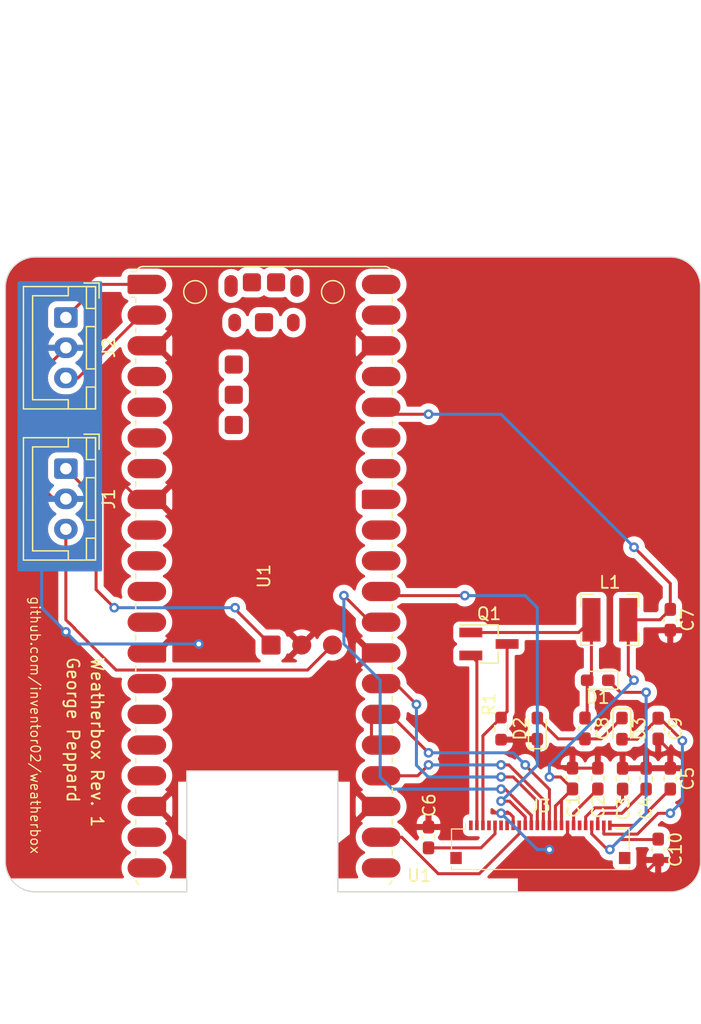
<source format=kicad_pcb>
(kicad_pcb (version 20221018) (generator pcbnew)
  (title_block (title "Weatherbox Base PCB") (date "2023-06-18") (rev "1") (company "George Peppard") (comment 1 "github.com/inventor02/weatherbox") (comment 3 "see hardware/LICENSE in the source repository. (c) George Peppard 2023.") (comment 4 "Licensed under the CERN Open Hardware License Version 2 - Permissive. For details,"))
  (layers (0 "F.Cu" signal) (31 "B.Cu" signal) (34 "B.Paste" user) (35 "F.Paste" user) (36 "B.SilkS" user "B.Silkscreen") (37 "F.SilkS" user "F.Silkscreen") (38 "B.Mask" user) (39 "F.Mask" user) (44 "Edge.Cuts" user))
  (net 0 "")
  (net 1 "GND")
  (net 2 "+3V3")
  (net 3 "Net-(J3-Pin_18)")
  (net 4 "Net-(J3-Pin_20)")
  (net 5 "Net-(J3-Pin_22)")
  (net 6 "Net-(J3-Pin_24)")
  (net 7 "Net-(J3-Pin_5)")
  (net 8 "Net-(D1-A)")
  (net 9 "Net-(D2-A)")
  (net 10 "/D_VGL")
  (net 11 "/D_VGH")
  (net 12 "/SWCLK")
  (net 13 "/SWDIO")
  (net 14 "/UART_TX")
  (net 15 "/UART_RX")
  (net 16 "/D_RESE")
  (net 32 "/D_BUSY")
  (net 33 "/SPI_CLK")
  (net 34 "/SPI_MOSI")
  (net 35 "/LCD_CS")
  (net 36 "/LCD_DC")
  (net 37 "/RUN")
  (net 53 "/D_GDR")
  (footprint "Diode_SMD:D_0603_1608Metric_Pad1.05x0.95mm_HandSolder" (layer "F.Cu") (at 119 100 180)
    (fp_text reference "D1" (at 0 -1.43) (layer "F.SilkS"))
    (fp_text value "D")
    (pad "1" smd roundrect (at -0.875 0 180) (size 1.05 0.95) (layers "F.Cu" "F.Paste" "F.Mask") (net 11 "/D_VGH"))
    (pad "2" smd roundrect (at 0.875 0 180) (size 1.05 0.95) (layers "F.Cu" "F.Paste" "F.Mask") (net 8 "Net-(D1-A)"))
  )
  (footprint "Capacitor_SMD:C_0603_1608Metric_Pad1.08x0.95mm_HandSolder" (layer "F.Cu") (at 121.052165 108.140689 -90)
    (fp_text reference "C3" (at 2.494366 -0.06352 -270) (layer "F.SilkS"))
    (fp_text value "1uF")
    (pad "1" smd roundrect (at -0.8625 0 270) (size 1.075 0.95) (layers "F.Cu" "F.Paste" "F.Mask") (net 1 "GND"))
    (pad "2" smd roundrect (at 0.8625 0 270) (size 1.075 0.95) (layers "F.Cu" "F.Paste" "F.Mask") (net 4 "Net-(J3-Pin_20)"))
  )
  (footprint "Capacitor_SMD:C_0603_1608Metric_Pad1.08x0.95mm_HandSolder" (layer "F.Cu") (at 119.005724 108.131781 -90)
    (fp_text reference "C2" (at 2.326423 -0.04402 90) (layer "F.SilkS"))
    (fp_text value "1uF")
    (pad "1" smd roundrect (at -0.8625 0 270) (size 1.075 0.95) (layers "F.Cu" "F.Paste" "F.Mask") (net 1 "GND"))
    (pad "2" smd roundrect (at 0.8625 0 270) (size 1.075 0.95) (layers "F.Cu" "F.Paste" "F.Mask") (net 3 "Net-(J3-Pin_18)"))
  )
  (footprint "Capacitor_SMD:C_0603_1608Metric_Pad1.08x0.95mm_HandSolder" (layer "F.Cu") (at 125 95 -90)
    (fp_text reference "C7" (at 0 -1.43 90) (layer "F.SilkS"))
    (fp_text value "1uF")
    (pad "1" smd roundrect (at -0.8625 0 270) (size 1.075 0.95) (layers "F.Cu" "F.Paste" "F.Mask") (net 2 "+3V3"))
    (pad "2" smd roundrect (at 0.8625 0 270) (size 1.075 0.95) (layers "F.Cu" "F.Paste" "F.Mask") (net 1 "GND"))
  )
  (footprint "Capacitor_SMD:C_0603_1608Metric_Pad1.08x0.95mm_HandSolder" (layer "F.Cu") (at 123 108.1375 -90)
    (fp_text reference "C4" (at 2.433246 0.035419 90) (layer "F.SilkS"))
    (fp_text value "1uF")
    (pad "1" smd roundrect (at -0.8625 0 270) (size 1.075 0.95) (layers "F.Cu" "F.Paste" "F.Mask") (net 1 "GND"))
    (pad "2" smd roundrect (at 0.8625 0 270) (size 1.075 0.95) (layers "F.Cu" "F.Paste" "F.Mask") (net 5 "Net-(J3-Pin_22)"))
  )
  (footprint "Module_RaspberryPi_Pico:RaspberryPi_Pico_W_SMD" (layer "F.Cu") (at 91.39 91.39)
    (fp_text reference "U1" (at 11.7475 24.765 unlocked) (layer "F.SilkS") (effects (justify left)))
    (fp_text value "Raspberry Pi Pico W")
    (fp_text user "${REFERENCE}" (at 0 0 90) (layer "F.SilkS"))
    (pad "" smd oval (at -2.725 -24) (size 1.1 1.8) (layers "F.Cu" "F.Paste" "F.Mask"))
    (pad "" smd oval (at -2.425 -20.97) (size 1.05 1.45) (layers "F.Cu" "F.Paste" "F.Mask"))
    (pad "" smd oval (at 2.425 -20.97) (size 1.05 1.45) (layers "F.Cu" "F.Paste" "F.Mask"))
    (pad "" smd oval (at 2.725 -24) (size 1.1 1.8) (layers "F.Cu" "F.Paste" "F.Mask"))
    (pad "1" smd custom (at -8.89 -24.13) (size 1.6 1.6) (layers "F.Cu" "F.Paste" "F.Mask") (net 14 "/UART_TX") (options (clearance outline) (anchor circle)) (primitives (gr_poly (pts (xy -2.4 0.6) (xy -2.4 -0.6) (xy -2.2 -0.8) (xy 0 -0.8) (xy 0 0.8) (xy -2.2 0.8)) (width 0) (fill yes)) (gr_circle (center -2.2 0.6) (end -2 0.6) (width 0) (fill yes)) (gr_circle (center -2.2 -0.6) (end -2 -0.6) (width 0) (fill yes))))
    (pad "2" smd roundrect (at -8.89 -21.59) (size 3.2 1.6) (drill (offset -0.8 0)) (layers "F.Cu" "F.Paste" "F.Mask") (roundrect_rratio 0.5) (net 15 "/UART_RX"))
    (pad "3" smd custom (at -8.89 -19.05) (size 1.6 1.6) (layers "F.Cu" "F.Paste" "F.Mask") (net 1 "GND") (options (clearance outline) (anchor circle)) (primitives (gr_poly (pts (xy 0.8 -0.6) (xy 0.8 0.6) (xy 0.6 0.8) (xy -1.6 0.8) (xy -1.6 -0.8) (xy 0.6 -0.8)) (width 0) (fill yes)) (gr_circle (center 0.6 0.6) (end 0.8 0.6) (width 0) (fill yes)) (gr_circle (center 0.6 -0.6) (end 0.8 -0.6) (width 0) (fill yes)) (gr_circle (center -1.6 0) (end -0.8 0) (width 0) (fill yes))))
    (pad "4" smd roundrect (at -8.89 -16.51) (size 3.2 1.6) (drill (offset -0.8 0)) (layers "F.Cu" "F.Paste" "F.Mask") (roundrect_rratio 0.5))
    (pad "5" smd roundrect (at -8.89 -13.97) (size 3.2 1.6) (drill (offset -0.8 0)) (layers "F.Cu" "F.Paste" "F.Mask") (roundrect_rratio 0.5))
    (pad "6" smd roundrect (at -8.89 -11.43) (size 3.2 1.6) (drill (offset -0.8 0)) (layers "F.Cu" "F.Paste" "F.Mask") (roundrect_rratio 0.5))
    (pad "7" smd roundrect (at -8.89 -8.89) (size 3.2 1.6) (drill (offset -0.8 0)) (layers "F.Cu" "F.Paste" "F.Mask") (roundrect_rratio 0.5))
    (pad "8" smd custom (at -8.89 -6.35) (size 1.6 1.6) (layers "F.Cu" "F.Paste" "F.Mask") (net 1 "GND") (options (clearance outline) (anchor circle)) (primitives (gr_poly (pts (xy 0.8 -0.6) (xy 0.8 0.6) (xy 0.6 0.8) (xy -1.6 0.8) (xy -1.6 -0.8) (xy 0.6 -0.8)) (width 0) (fill yes)) (gr_circle (center 0.6 0.6) (end 0.8 0.6) (width 0) (fill yes)) (gr_circle (center 0.6 -0.6) (end 0.8 -0.6) (width 0) (fill yes)) (gr_circle (center -1.6 0) (end -0.8 0) (width 0) (fill yes))))
    (pad "9" smd roundrect (at -8.89 -3.81) (size 3.2 1.6) (drill (offset -0.8 0)) (layers "F.Cu" "F.Paste" "F.Mask") (roundrect_rratio 0.5))
    (pad "10" smd roundrect (at -8.89 -1.27) (size 3.2 1.6) (drill (offset -0.8 0)) (layers "F.Cu" "F.Paste" "F.Mask") (roundrect_rratio 0.5))
    (pad "11" smd roundrect (at -8.89 1.27) (size 3.2 1.6) (drill (offset -0.8 0)) (layers "F.Cu" "F.Paste" "F.Mask") (roundrect_rratio 0.5))
    (pad "12" smd roundrect (at -8.89 3.81) (size 3.2 1.6) (drill (offset -0.8 0)) (layers "F.Cu" "F.Paste" "F.Mask") (roundrect_rratio 0.5))
    (pad "13" smd custom (at -8.89 6.35) (size 1.6 1.6) (layers "F.Cu" "F.Paste" "F.Mask") (net 1 "GND") (options (clearance outline) (anchor circle)) (primitives (gr_poly (pts (xy 0.8 -0.6) (xy 0.8 0.6) (xy 0.6 0.8) (xy -1.6 0.8) (xy -1.6 -0.8) (xy 0.6 -0.8)) (width 0) (fill yes)) (gr_circle (center 0.6 0.6) (end 0.8 0.6) (width 0) (fill yes)) (gr_circle (center 0.6 -0.6) (end 0.8 -0.6) (width 0) (fill yes)) (gr_circle (center -1.6 0) (end -0.8 0) (width 0) (fill yes))))
    (pad "14" smd roundrect (at -8.89 8.89) (size 3.2 1.6) (drill (offset -0.8 0)) (layers "F.Cu" "F.Paste" "F.Mask") (roundrect_rratio 0.5))
    (pad "15" smd roundrect (at -8.89 11.43) (size 3.2 1.6) (drill (offset -0.8 0)) (layers "F.Cu" "F.Paste" "F.Mask") (roundrect_rratio 0.5))
    (pad "16" smd roundrect (at -8.89 13.97) (size 3.2 1.6) (drill (offset -0.8 0)) (layers "F.Cu" "F.Paste" "F.Mask") (roundrect_rratio 0.5))
    (pad "17" smd roundrect (at -8.89 16.51) (size 3.2 1.6) (drill (offset -0.8 0)) (layers "F.Cu" "F.Paste" "F.Mask") (roundrect_rratio 0.5))
    (pad "18" smd custom (at -8.89 19.05) (size 1.6 1.6) (layers "F.Cu" "F.Paste" "F.Mask") (net 1 "GND") (options (clearance outline) (anchor circle)) (primitives (gr_poly (pts (xy 0.8 -0.6) (xy 0.8 0.6) (xy 0.6 0.8) (xy -1.6 0.8) (xy -1.6 -0.8) (xy 0.6 -0.8)) (width 0) (fill yes)) (gr_circle (center 0.6 0.6) (end 0.8 0.6) (width 0) (fill yes)) (gr_circle (center 0.6 -0.6) (end 0.8 -0.6) (width 0) (fill yes)) (gr_circle (center -1.6 0) (end -0.8 0) (width 0) (fill yes))))
    (pad "19" smd roundrect (at -8.89 21.59) (size 3.2 1.6) (drill (offset -0.8 0)) (layers "F.Cu" "F.Paste" "F.Mask") (roundrect_rratio 0.5))
    (pad "20" smd roundrect (at -8.89 24.13) (size 3.2 1.6) (drill (offset -0.8 0)) (layers "F.Cu" "F.Paste" "F.Mask") (roundrect_rratio 0.5))
    (pad "21" smd roundrect (at 8.89 24.13) (size 3.2 1.6) (drill (offset 0.8 0)) (layers "F.Cu" "F.Paste" "F.Mask") (roundrect_rratio 0.5))
    (pad "22" smd roundrect (at 8.89 21.59) (size 3.2 1.6) (drill (offset 0.8 0)) (layers "F.Cu" "F.Paste" "F.Mask") (roundrect_rratio 0.5) (net 32 "/D_BUSY"))
    (pad "23" smd custom (at 8.89 19.05) (size 1.6 1.6) (layers "F.Cu" "F.Paste" "F.Mask") (net 1 "GND") (options (clearance outline) (anchor circle)) (primitives (gr_poly (pts (xy -0.8 -0.6) (xy -0.8 0.6) (xy -0.6 0.8) (xy 1.6 0.8) (xy 1.6 -0.8) (xy -0.6 -0.8)) (width 0) (fill yes)) (gr_circle (center -0.6 0.6) (end -0.4 0.6) (width 0) (fill yes)) (gr_circle (center -0.6 -0.6) (end -0.4 -0.6) (width 0) (fill yes)) (gr_circle (center 1.6 0) (end 2.4 0) (width 0) (fill yes))))
    (pad "24" smd roundrect (at 8.89 16.51) (size 3.2 1.6) (drill (offset 0.8 0)) (layers "F.Cu" "F.Paste" "F.Mask") (roundrect_rratio 0.5) (net 33 "/SPI_CLK"))
    (pad "25" smd roundrect (at 8.89 13.97) (size 3.2 1.6) (drill (offset 0.8 0)) (layers "F.Cu" "F.Paste" "F.Mask") (roundrect_rratio 0.5) (net 34 "/SPI_MOSI"))
    (pad "26" smd roundrect (at 8.89 11.43) (size 3.2 1.6) (drill (offset 0.8 0)) (layers "F.Cu" "F.Paste" "F.Mask") (roundrect_rratio 0.5) (net 34 "/SPI_MOSI"))
    (pad "27" smd roundrect (at 8.89 8.89) (size 3.2 1.6) (drill (offset 0.8 0)) (layers "F.Cu" "F.Paste" "F.Mask") (roundrect_rratio 0.5) (net 35 "/LCD_CS"))
    (pad "28" smd custom (at 8.89 6.35) (size 1.6 1.6) (layers "F.Cu" "F.Paste" "F.Mask") (net 1 "GND") (options (clearance outline) (anchor circle)) (primitives (gr_poly (pts (xy -0.8 -0.6) (xy -0.8 0.6) (xy -0.6 0.8) (xy 1.6 0.8) (xy 1.6 -0.8) (xy -0.6 -0.8)) (width 0) (fill yes)) (gr_circle (center -0.6 0.6) (end -0.4 0.6) (width 0) (fill yes)) (gr_circle (center -0.6 -0.6) (end -0.4 -0.6) (width 0) (fill yes)) (gr_circle (center 1.6 0) (end 2.4 0) (width 0) (fill yes))))
    (pad "29" smd roundrect (at 8.89 3.81) (size 3.2 1.6) (drill (offset 0.8 0)) (layers "F.Cu" "F.Paste" "F.Mask") (roundrect_rratio 0.5) (net 36 "/LCD_DC"))
    (pad "30" smd roundrect (at 8.89 1.27) (size 3.2 1.6) (drill (offset 0.8 0)) (layers "F.Cu" "F.Paste" "F.Mask") (roundrect_rratio 0.5) (net 37 "/RUN"))
    (pad "31" smd roundrect (at 8.89 -1.27) (size 3.2 1.6) (drill (offset 0.8 0)) (layers "F.Cu" "F.Paste" "F.Mask") (roundrect_rratio 0.5))
    (pad "32" smd roundrect (at 8.89 -3.81) (size 3.2 1.6) (drill (offset 0.8 0)) (layers "F.Cu" "F.Paste" "F.Mask") (roundrect_rratio 0.5))
    (pad "33" smd custom (at 8.89 -6.35) (size 1.6 1.6) (layers "F.Cu" "F.Paste" "F.Mask") (options (clearance outline) (anchor circle)) (primitives (gr_poly (pts (xy -0.8 -0.6) (xy -0.8 0.6) (xy -0.6 0.8) (xy 1.6 0.8) (xy 1.6 -0.8) (xy -0.6 -0.8)) (width 0) (fill yes)) (gr_circle (center -0.6 0.6) (end -0.4 0.6) (width 0) (fill yes)) (gr_circle (center -0.6 -0.6) (end -0.4 -0.6) (width 0) (fill yes)) (gr_circle (center 1.6 0) (end 2.4 0) (width 0) (fill yes))))
    (pad "34" smd roundrect (at 8.89 -8.89) (size 3.2 1.6) (drill (offset 0.8 0)) (layers "F.Cu" "F.Paste" "F.Mask") (roundrect_rratio 0.5))
    (pad "35" smd roundrect (at 8.89 -11.43) (size 3.2 1.6) (drill (offset 0.8 0)) (layers "F.Cu" "F.Paste" "F.Mask") (roundrect_rratio 0.5))
    (pad "36" smd roundrect (at 8.89 -13.97) (size 3.2 1.6) (drill (offset 0.8 0)) (layers "F.Cu" "F.Paste" "F.Mask") (roundrect_rratio 0.5) (net 2 "+3V3"))
    (pad "37" smd roundrect (at 8.89 -16.51) (size 3.2 1.6) (drill (offset 0.8 0)) (layers "F.Cu" "F.Paste" "F.Mask") (roundrect_rratio 0.5))
    (pad "38" smd custom (at 8.89 -19.05) (size 1.6 1.6) (layers "F.Cu" "F.Paste" "F.Mask") (net 1 "GND") (options (clearance outline) (anchor circle)) (primitives (gr_poly (pts (xy -0.8 -0.6) (xy -0.8 0.6) (xy -0.6 0.8) (xy 1.6 0.8) (xy 1.6 -0.8) (xy -0.6 -0.8)) (width 0) (fill yes)) (gr_circle (center -0.6 0.6) (end -0.4 0.6) (width 0) (fill yes)) (gr_circle (center -0.6 -0.6) (end -0.4 -0.6) (width 0) (fill yes)) (gr_circle (center 1.6 0) (end 2.4 0) (width 0) (fill yes))))
    (pad "39" smd roundrect (at 8.89 -21.59) (size 3.2 1.6) (drill (offset 0.8 0)) (layers "F.Cu" "F.Paste" "F.Mask") (roundrect_rratio 0.5))
    (pad "40" smd roundrect (at 8.89 -24.13) (size 3.2 1.6) (drill (offset 0.8 0)) (layers "F.Cu" "F.Paste" "F.Mask") (roundrect_rratio 0.5))
    (pad "D1" smd roundrect (at 0.5841 5.7) (size 1.5748 1.5748) (layers "F.Cu" "F.Paste" "F.Mask") (roundrect_rratio 0.127000254) (net 12 "/SWCLK"))
    (pad "D2" smd circle (at 3.1241 5.7) (size 1.5748 1.5748) (layers "F.Cu" "F.Paste" "F.Mask") (net 1 "GND"))
    (pad "D3" smd circle (at 5.6641 5.7) (size 1.5748 1.5748) (layers "F.Cu" "F.Paste" "F.Mask") (net 13 "/SWDIO"))
    (pad "TP1" smd roundrect (at 0 -21) (size 1.5 1.5) (layers "F.Cu" "F.Paste" "F.Mask") (roundrect_rratio 0.2))
    (pad "TP2" smd roundrect (at 1 -24.3) (size 1.5 1.5) (layers "F.Cu" "F.Paste" "F.Mask") (roundrect_rratio 0.2))
    (pad "TP3" smd roundrect (at -1 -24.3) (size 1.5 1.5) (layers "F.Cu" "F.Paste" "F.Mask") (roundrect_rratio 0.2))
    (pad "TP4" smd roundrect (at -2.5 -17.5) (size 1.5 1.5) (layers "F.Cu" "F.Paste" "F.Mask") (roundrect_rratio 0.2))
    (pad "TP5" smd roundrect (at -2.5 -15) (size 1.5 1.5) (layers "F.Cu" "F.Paste" "F.Mask") (roundrect_rratio 0.2))
    (pad "TP6" smd roundrect (at -2.5 -12.5) (size 1.5 1.5) (layers "F.Cu" "F.Paste" "F.Mask") (roundrect_rratio 0.2))
    (zone (net 0) (net_name "") (layers "*.Cu" "*.Paste") (name "RF Copper Keep Out") (connect_pads (clearance 0)) (min_thickness 0.254)
      (keepout (tracks not_allowed) (vias not_allowed) (pads not_allowed) (copperpour not_allowed) (footprints not_allowed))
      (fill (thermal_gap 0.508) (thermal_bridge_width 0.508))
      (polygon (pts (xy 70.39 116.39) (xy 112.39 116.39) (xy 112.39 126.39) (xy 70.39 126.39)))
    )
    (zone (net 0) (net_name "") (layers "*.Cu" "*.Paste") (name "Antenna Copper Keep Out") (connect_pads (clearance 0)) (min_thickness 0.254)
      (keepout (tracks not_allowed) (vias not_allowed) (pads not_allowed) (copperpour not_allowed) (footprints not_allowed))
      (fill (thermal_gap 0.508) (thermal_bridge_width 0.508))
      (polygon (pts (xy 88.99 116.379895) (xy 84.29 112.729895) (xy 84.29 108.39) (xy 98.49 108.39) (xy 98.49 112.729895) (xy 93.79 116.379895) (xy 93.79 116.39) (xy 88.99 116.39)))
    )
  )
  (footprint "Capacitor_SMD:C_0603_1608Metric_Pad1.08x0.95mm_HandSolder" (layer "F.Cu") (at 105 113 -90)
    (fp_text reference "C6" (at -2.662413 -0.055385 -270) (layer "F.SilkS"))
    (fp_text value "1uF")
    (pad "1" smd roundrect (at -0.8625 0 270) (size 1.075 0.95) (layers "F.Cu" "F.Paste" "F.Mask") (net 1 "GND"))
    (pad "2" smd roundrect (at 0.8625 0 270) (size 1.075 0.95) (layers "F.Cu" "F.Paste" "F.Mask") (net 7 "Net-(J3-Pin_5)"))
  )
  (footprint "Connector_JST:JST_XH_B3B-XH-A_1x03_P2.50mm_Vertical" (layer "F.Cu") (at 75 70 -90)
    (fp_text reference "J2" (at 2.5 -3.55 90) (layer "F.SilkS"))
    (fp_text value "UART")
    (pad "1" thru_hole roundrect (at 0 0 270) (size 1.7 1.95) (drill 0.95) (layers "*.Cu" "*.Mask") (roundrect_rratio 0.1470588235) (net 14 "/UART_TX"))
    (pad "2" thru_hole oval (at 2.5 0 270) (size 1.7 1.95) (drill 0.95) (layers "*.Cu" "*.Mask") (net 1 "GND"))
    (pad "3" thru_hole oval (at 5 0 270) (size 1.7 1.95) (drill 0.95) (layers "*.Cu" "*.Mask") (net 15 "/UART_RX"))
  )
  (footprint "Package_TO_SOT_SMD:SOT-23_Handsoldering" (layer "F.Cu") (at 110 97)
    (fp_text reference "Q1" (at 0 -2.5) (layer "F.SilkS"))
    (fp_text value "NMOS")
    (pad "1" smd rect (at -1.5 -0.95) (size 1.9 0.8) (layers "F.Cu" "F.Paste" "F.Mask") (net 8 "Net-(D1-A)"))
    (pad "2" smd rect (at -1.5 0.95) (size 1.9 0.8) (layers "F.Cu" "F.Paste" "F.Mask") (net 53 "/D_GDR"))
    (pad "3" smd rect (at 1.5 0) (size 1.9 0.8) (layers "F.Cu" "F.Paste" "F.Mask") (net 16 "/D_RESE"))
  )
  (footprint "Connector_FFC-FPC_Amphenol:10051922-2410_1x24-2MP_P0.50mm_Horizontal" (layer "F.Cu") (at 114.25 112)
    (fp_text reference "J3" (at 0 -1.6 unlocked) (layer "F.SilkS"))
    (fp_text value "LCD Connector")
    (pad "1" smd rect (at -5.75 0) (size 0.3 0.8) (layers "F.Cu" "F.Paste" "F.Mask"))
    (pad "2" smd rect (at -5.25 0) (size 0.3 0.8) (layers "F.Cu" "F.Paste" "F.Mask") (net 53 "/D_GDR"))
    (pad "3" smd rect (at -4.75 0) (size 0.3 0.8) (layers "F.Cu" "F.Paste" "F.Mask") (net 16 "/D_RESE"))
    (pad "4" smd rect (at -4.25 0) (size 0.3 0.8) (layers "F.Cu" "F.Paste" "F.Mask"))
    (pad "5" smd rect (at -3.75 0) (size 0.3 0.8) (layers "F.Cu" "F.Paste" "F.Mask") (net 7 "Net-(J3-Pin_5)"))
    (pad "6" smd rect (at -3.25 0) (size 0.3 0.8) (layers "F.Cu" "F.Paste" "F.Mask"))
    (pad "7" smd rect (at -2.75 0) (size 0.3 0.8) (layers "F.Cu" "F.Paste" "F.Mask"))
    (pad "8" smd rect (at -2.25 0) (size 0.3 0.8) (layers "F.Cu" "F.Paste" "F.Mask") (net 1 "GND"))
    (pad "9" smd rect (at -1.75 0) (size 0.3 0.8) (layers "F.Cu" "F.Paste" "F.Mask") (net 32 "/D_BUSY"))
    (pad "10" smd rect (at -1.25 0) (size 0.3 0.8) (layers "F.Cu" "F.Paste" "F.Mask") (net 37 "/RUN"))
    (pad "11" smd rect (at -0.75 0) (size 0.3 0.8) (layers "F.Cu" "F.Paste" "F.Mask") (net 36 "/LCD_DC"))
    (pad "12" smd rect (at -0.25 0) (size 0.3 0.8) (layers "F.Cu" "F.Paste" "F.Mask") (net 35 "/LCD_CS"))
    (pad "13" smd rect (at 0.25 0) (size 0.3 0.8) (layers "F.Cu" "F.Paste" "F.Mask") (net 33 "/SPI_CLK"))
    (pad "14" smd rect (at 0.75 0) (size 0.3 0.8) (layers "F.Cu" "F.Paste" "F.Mask") (net 34 "/SPI_MOSI"))
    (pad "15" smd rect (at 1.25 0) (size 0.3 0.8) (layers "F.Cu" "F.Paste" "F.Mask") (net 2 "+3V3"))
    (pad "16" smd rect (at 1.75 0) (size 0.3 0.8) (layers "F.Cu" "F.Paste" "F.Mask") (net 2 "+3V3"))
    (pad "17" smd rect (at 2.25 0) (size 0.3 0.8) (layers "F.Cu" "F.Paste" "F.Mask") (net 1 "GND"))
    (pad "18" smd rect (at 2.75 0) (size 0.3 0.8) (layers "F.Cu" "F.Paste" "F.Mask") (net 3 "Net-(J3-Pin_18)"))
    (pad "19" smd rect (at 3.25 0) (size 0.3 0.8) (layers "F.Cu" "F.Paste" "F.Mask"))
    (pad "20" smd rect (at 3.75 0) (size 0.3 0.8) (layers "F.Cu" "F.Paste" "F.Mask") (net 4 "Net-(J3-Pin_20)"))
    (pad "21" smd rect (at 4.25 0) (size 0.3 0.8) (layers "F.Cu" "F.Paste" "F.Mask") (net 11 "/D_VGH"))
    (pad "22" smd rect (at 4.75 0) (size 0.3 0.8) (layers "F.Cu" "F.Paste" "F.Mask") (net 5 "Net-(J3-Pin_22)"))
    (pad "23" smd rect (at 5.25 0) (size 0.3 0.8) (layers "F.Cu" "F.Paste" "F.Mask") (net 10 "/D_VGL"))
    (pad "24" smd rect (at 5.75 0) (size 0.3 0.8) (layers "F.Cu" "F.Paste" "F.Mask") (net 6 "Net-(J3-Pin_24)"))
    (pad "MP" smd rect (at -6.975 2.7) (size 0.95 1) (layers "F.Cu" "F.Paste" "F.Mask"))
    (pad "MP" smd rect (at 6.975 2.7) (size 0.95 1) (layers "F.Cu" "F.Paste" "F.Mask"))
  )
  (footprint "Diode_SMD:D_0603_1608Metric_Pad1.05x0.95mm_HandSolder" (layer "F.Cu") (at 114 104 90)
    (fp_text reference "D2" (at 0 -1.43 90) (layer "F.SilkS"))
    (fp_text value "D")
    (pad "1" smd roundrect (at -0.875 0 90) (size 1.05 0.95) (layers "F.Cu" "F.Paste" "F.Mask") (net 1 "GND"))
    (pad "2" smd roundrect (at 0.875 0 90) (size 1.05 0.95) (layers "F.Cu" "F.Paste" "F.Mask") (net 9 "Net-(D2-A)"))
  )
  (footprint "Resistor_SMD:R_0603_1608Metric_Pad0.98x0.95mm_HandSolder" (layer "F.Cu") (at 111 104 -90)
    (fp_text reference "R1" (at -2 1 -270) (layer "F.SilkS"))
    (fp_text value "2R2")
    (pad "1" smd roundrect (at -0.9125 0 270) (size 0.975 0.95) (layers "F.Cu" "F.Paste" "F.Mask") (net 16 "/D_RESE"))
    (pad "2" smd roundrect (at 0.9125 0 270) (size 0.975 0.95) (layers "F.Cu" "F.Paste" "F.Mask") (net 1 "GND"))
  )
  (footprint "Capacitor_SMD:C_0603_1608Metric_Pad1.08x0.95mm_HandSolder" (layer "F.Cu") (at 117.944296 103.986249 -90)
    (fp_text reference "C8" (at 0 -1.43 90) (layer "F.SilkS"))
    (fp_text value "1uF")
    (pad "1" smd roundrect (at -0.8625 0 270) (size 1.075 0.95) (layers "F.Cu" "F.Paste" "F.Mask") (net 8 "Net-(D1-A)"))
    (pad "2" smd roundrect (at 0.8625 0 270) (size 1.075 0.95) (layers "F.Cu" "F.Paste" "F.Mask") (net 9 "Net-(D2-A)"))
  )
  (footprint "Capacitor_SMD:C_0603_1608Metric_Pad1.08x0.95mm_HandSolder" (layer "F.Cu") (at 124 104 -90)
    (fp_text reference "C9" (at 0 -1.43 90) (layer "F.SilkS"))
    (fp_text value "1uF")
    (pad "1" smd roundrect (at -0.8625 0 270) (size 1.075 0.95) (layers "F.Cu" "F.Paste" "F.Mask") (net 10 "/D_VGL"))
    (pad "2" smd roundrect (at 0.8625 0 270) (size 1.075 0.95) (layers "F.Cu" "F.Paste" "F.Mask") (net 1 "GND"))
  )
  (footprint "Capacitor_SMD:C_0603_1608Metric_Pad1.08x0.95mm_HandSolder" (layer "F.Cu") (at 116.910244 108.125494 -90)
    (fp_text reference "C1" (at 2.286857 -0.074503 90) (layer "F.SilkS"))
    (fp_text value "1uF")
    (pad "1" smd roundrect (at -0.8625 0 270) (size 1.075 0.95) (layers "F.Cu" "F.Paste" "F.Mask") (net 1 "GND"))
    (pad "2" smd roundrect (at 0.8625 0 270) (size 1.075 0.95) (layers "F.Cu" "F.Paste" "F.Mask") (net 2 "+3V3"))
  )
  (footprint "Diode_SMD:D_0603_1608Metric_Pad1.05x0.95mm_HandSolder" (layer "F.Cu") (at 121 104 -90)
    (fp_text reference "D3" (at 0 -1.43 -270) (layer "F.SilkS"))
    (fp_text value "D")
    (pad "1" smd roundrect (at -0.875 0 270) (size 1.05 0.95) (layers "F.Cu" "F.Paste" "F.Mask") (net 9 "Net-(D2-A)"))
    (pad "2" smd roundrect (at 0.875 0 270) (size 1.05 0.95) (layers "F.Cu" "F.Paste" "F.Mask") (net 10 "/D_VGL"))
  )
  (footprint "Inductor_SMD:L_Bourns-SRN4018" (layer "F.Cu") (at 120 95 180)
    (fp_text reference "L1" (at 0 3.1) (layer "F.SilkS"))
    (fp_text value "47uH")
    (pad "1" smd rect (at -1.525 0 180) (size 1.5 3.6) (layers "F.Cu" "F.Paste" "F.Mask") (net 2 "+3V3"))
    (pad "2" smd rect (at 1.525 0 180) (size 1.5 3.6) (layers "F.Cu" "F.Paste" "F.Mask") (net 8 "Net-(D1-A)"))
  )
  (footprint "Capacitor_SMD:C_0603_1608Metric_Pad1.08x0.95mm_HandSolder" (layer "F.Cu") (at 125 108.1375 -90)
    (fp_text reference "C5" (at 0 -1.43 90) (layer "F.SilkS"))
    (fp_text value "1uF")
    (pad "1" smd roundrect (at -0.8625 0 270) (size 1.075 0.95) (layers "F.Cu" "F.Paste" "F.Mask") (net 1 "GND"))
    (pad "2" smd roundrect (at 0.8625 0 270) (size 1.075 0.95) (layers "F.Cu" "F.Paste" "F.Mask") (net 6 "Net-(J3-Pin_24)"))
  )
  (footprint "Connector_JST:JST_XH_B3B-XH-A_1x03_P2.50mm_Vertical" (layer "F.Cu") (at 75 82.5 -90)
    (fp_text reference "J1" (at 2.5 -3.55 90) (layer "F.SilkS"))
    (fp_text value "SWD")
    (pad "1" thru_hole roundrect (at 0 0 270) (size 1.7 1.95) (drill 0.95) (layers "*.Cu" "*.Mask") (roundrect_rratio 0.1470588235) (net 12 "/SWCLK"))
    (pad "2" thru_hole oval (at 2.5 0 270) (size 1.7 1.95) (drill 0.95) (layers "*.Cu" "*.Mask") (net 1 "GND"))
    (pad "3" thru_hole oval (at 5 0 270) (size 1.7 1.95) (drill 0.95) (layers "*.Cu" "*.Mask") (net 13 "/SWDIO"))
  )
  (footprint "Capacitor_SMD:C_0603_1608Metric_Pad1.08x0.95mm_HandSolder" (layer "F.Cu") (at 124 114 -90)
    (fp_text reference "C10" (at 0 -1.43 -270) (layer "F.SilkS"))
    (fp_text value "1uF")
    (pad "1" smd roundrect (at -0.8625 0 270) (size 1.075 0.95) (layers "F.Cu" "F.Paste" "F.Mask") (net 11 "/D_VGH"))
    (pad "2" smd roundrect (at 0.8625 0 270) (size 1.075 0.95) (layers "F.Cu" "F.Paste" "F.Mask") (net 1 "GND"))
  )
  (gr_line (start 72.5 117.5) (end 85 117.5) (stroke (width 0.1)) (layer "Edge.Cuts"))
  (gr_line (start 85 117.5) (end 85 107.5) (stroke (width 0.1)) (layer "Edge.Cuts"))
  (gr_arc (start 72.5 117.5) (mid 70.732233 116.767767) (end 70 115) (stroke (width 0.1)) (layer "Edge.Cuts"))
  (gr_line (start 97.5 117.5) (end 125 117.5) (stroke (width 0.1)) (layer "Edge.Cuts"))
  (gr_arc (start 70 67.5) (mid 70.732233 65.732233) (end 72.5 65) (stroke (width 0.1)) (layer "Edge.Cuts"))
  (gr_line (start 75 65) (end 72.5 65) (stroke (width 0.1)) (layer "Edge.Cuts"))
  (gr_arc (start 125 65) (mid 126.767767 65.732233) (end 127.5 67.5) (stroke (width 0.1)) (layer "Edge.Cuts"))
  (gr_line (start 97.5 107.5) (end 97.5 117.5) (stroke (width 0.1)) (layer "Edge.Cuts"))
  (gr_line (start 70 67.5) (end 70 115) (stroke (width 0.1)) (layer "Edge.Cuts"))
  (gr_line (start 85 107.5) (end 97.5 107.5) (stroke (width 0.1)) (layer "Edge.Cuts"))
  (gr_line (start 127.5 115) (end 127.5 67.5) (stroke (width 0.1)) (layer "Edge.Cuts"))
  (gr_line (start 125 65) (end 75 65) (stroke (width 0.1)) (layer "Edge.Cuts"))
  (gr_arc (start 127.5 115) (mid 126.767767 116.767767) (end 125 117.5) (stroke (width 0.1)) (layer "Edge.Cuts"))
  (gr_text "Weatherbox Rev. 1" (at 77 98 -90) (layer "F.SilkS") (effects (font (size 1 1)) (justify left bottom)))
  (gr_text "George Peppard" (at 75 98 -90) (layer "F.SilkS") (effects (font (size 1 1)) (justify left bottom)))
  (gr_text "github.com/inventor02/weatherbox" (at 72 93 270) (layer "F.SilkS") (effects (font (size 0.8 0.8) (thickness 0.1)) (justify left bottom)))
  (segment (start 115 114) (end 115.2 114) (width 0.25) (layer "F.Cu") (net 1))
  (segment (start 116.5 112.7) (end 116.5 112) (width 0.25) (layer "F.Cu") (net 1))
  (segment (start 116.5 112.7) (end 119.8 116) (width 0.25) (layer "F.Cu") (net 1))
  (segment (start 116.916531 107.269281) (end 116.910244 107.262994) (width 0.25) (layer "F.Cu") (net 1))
  (segment (start 112 112) (end 112 111.3) (width 0.25) (layer "F.Cu") (net 1))
  (segment (start 79 83) (end 81.04 85.04) (width 0.25) (layer "F.Cu") (net 1))
  (segment (start 83.24 97) (end 86 97) (width 0.25) (layer "F.Cu") (net 1))
  (segment (start 111.7 111) (end 111 111) (width 0.25) (layer "F.Cu") (net 1))
  (segment (start 125 105.8625) (end 125 107.275) (width 0.25) (layer "F.Cu") (net 1))
  (segment (start 115.2 114) (end 116.5 112.7) (width 0.25) (layer "F.Cu") (net 1))
  (segment (start 82.5 97.74) (end 83.24 97) (width 0.25) (layer "F.Cu") (net 1))
  (segment (start 73 74.5) (end 73 78) (width 0.25) (layer "F.Cu") (net 1))
  (segment (start 78 79) (end 79 80) (width 0.25) (layer "F.Cu") (net 1))
  (segment (start 73 80) (end 74 79) (width 0.25) (layer "F.Cu") (net 1))
  (segment (start 74 85) (end 73 84) (width 0.25) (layer "F.Cu") (net 1))
  (segment (start 124 104.8625) (end 125 105.8625) (width 0.25) (layer "F.Cu") (net 1))
  (segment (start 119.8 116) (end 122.8625 116) (width 0.25) (layer "F.Cu") (net 1))
  (segment (start 112 111.3) (end 111.7 111) (width 0.25) (layer "F.Cu") (net 1))
  (segment (start 75 72.5) (end 73 74.5) (width 0.25) (layer "F.Cu") (net 1))
  (segment (start 119.005724 107.269281) (end 116.916531 107.269281) (width 0.25) (layer "F.Cu") (net 1))
  (segment (start 73 84) (end 73 80) (width 0.25) (layer "F.Cu") (net 1))
  (segment (start 81.04 85.04) (end 82.5 85.04) (width 0.25) (layer "F.Cu") (net 1))
  (segment (start 79 80) (end 79 83) (width 0.25) (layer "F.Cu") (net 1))
  (segment (start 73 78) (end 74 79) (width 0.25) (layer "F.Cu") (net 1))
  (segment (start 74 79) (end 78 79) (width 0.25) (layer "F.Cu") (net 1))
  (segment (start 122.8625 116) (end 124 114.8625) (width 0.25) (layer "F.Cu") (net 1))
  (segment (start 75 85) (end 74 85) (width 0.25) (layer "F.Cu") (net 1))
  (via (at 111 111) (size 0.8) (drill 0.4) (layers "F.Cu" "B.Cu") (net 1))
  (via (at 86 97) (size 0.8) (drill 0.4) (layers "F.Cu" "B.Cu") (net 1))
  (via (at 115 114) (size 0.8) (drill 0.4) (layers "F.Cu" "B.Cu") (net 1))
  (via (at 75 96) (size 0.8) (drill 0.4) (layers "F.Cu" "B.Cu") (net 1))
  (segment (start 86 97) (end 76 97) (width 0.25) (layer "B.Cu") (net 1))
  (segment (start 73 94) (end 75 96) (width 0.25) (layer "B.Cu") (net 1))
  (segment (start 111 111) (end 114 114) (width 0.25) (layer "B.Cu") (net 1))
  (segment (start 114 114) (end 115 114) (width 0.25) (layer "B.Cu") (net 1))
  (segment (start 73 91) (end 73 94) (width 0.25) (layer "B.Cu") (net 1))
  (segment (start 76 97) (end 75 96) (width 0.25) (layer "B.Cu") (net 1))
  (segment (start 100.86 78) (end 105 78) (width 0.25) (layer "F.Cu") (net 2))
  (segment (start 115 108) (end 115.92225 108) (width 0.25) (layer "F.Cu") (net 2))
  (segment (start 116 109.898238) (end 116.910244 108.987994) (width 0.25) (layer "F.Cu") (net 2))
  (segment (start 100.28 77.42) (end 100.86 78) (width 0.25) (layer "F.Cu") (net 2))
  (segment (start 125 92) (end 125 94.1375) (width 0.25) (layer "F.Cu") (net 2))
  (segment (start 121.525 95) (end 121.525 99.525) (width 0.25) (layer "F.Cu") (net 2))
  (segment (start 121.525 95) (end 124.1375 95) (width 0.25) (layer "F.Cu") (net 2))
  (segment (start 115.5 112) (end 115.5 110.398238) (width 0.25) (layer "F.Cu") (net 2))
  (segment (start 122 89) (end 125 92) (width 0.25) (layer "F.Cu") (net 2))
  (segment (start 116 112) (end 116 109.898238) (width 0.25) (layer "F.Cu") (net 2))
  (segment (start 115.5 110.398238) (end 116 109.898238) (width 0.25) (layer "F.Cu") (net 2))
  (segment (start 124.1375 95) (end 125 94.1375) (width 0.25) (layer "F.Cu") (net 2))
  (segment (start 115.92225 108) (end 116.910244 108.987994) (width 0.25) (layer "F.Cu") (net 2))
  (segment (start 121.525 99.525) (end 122 100) (width 0.25) (layer "F.Cu") (net 2))
  (via (at 122 89) (size 0.8) (drill 0.4) (layers "F.Cu" "B.Cu") (net 2))
  (via (at 115 108) (size 0.8) (drill 0.4) (layers "F.Cu" "B.Cu") (net 2))
  (via (at 122 100) (size 0.8) (drill 0.4) (layers "F.Cu" "B.Cu") (net 2))
  (via (at 105 78) (size 0.8) (drill 0.4) (layers "F.Cu" "B.Cu") (net 2))
  (segment (start 105 78) (end 111 78) (width 0.25) (layer "B.Cu") (net 2))
  (segment (start 122 100) (end 115 107) (width 0.25) (layer "B.Cu") (net 2))
  (segment (start 115 107) (end 115 108) (width 0.25) (layer "B.Cu") (net 2))
  (segment (start 111 78) (end 122 89) (width 0.25) (layer "B.Cu") (net 2))
  (segment (start 117 111.000005) (end 119.005724 108.994281) (width 0.25) (layer "F.Cu") (net 3))
  (segment (start 117 112) (end 117 111.000005) (width 0.25) (layer "F.Cu") (net 3))
  (segment (start 118 111.3) (end 118.75 110.55) (width 0.25) (layer "F.Cu") (net 4))
  (segment (start 118 112) (end 118 111.3) (width 0.25) (layer "F.Cu") (net 4))
  (segment (start 120.45 110.55) (end 121.052165 109.947835) (width 0.25) (layer "F.Cu") (net 4))
  (segment (start 118.75 110.55) (end 120.45 110.55) (width 0.25) (layer "F.Cu") (net 4))
  (segment (start 121.052165 109.947835) (end 121.052165 109.003189) (width 0.25) (layer "F.Cu") (net 4))
  (segment (start 119 112) (end 119 111.3) (width 0.25) (layer "F.Cu") (net 5))
  (segment (start 119.3 111) (end 121 111) (width 0.25) (layer "F.Cu") (net 5))
  (segment (start 119 111.3) (end 119.3 111) (width 0.25) (layer "F.Cu") (net 5))
  (segment (start 121 111) (end 123 109) (width 0.25) (layer "F.Cu") (net 5))
  (segment (start 122 112) (end 125 109) (width 0.25) (layer "F.Cu") (net 6))
  (segment (start 120 112) (end 122 112) (width 0.25) (layer "F.Cu") (net 6))
  (segment (start 110.5 112.7) (end 110.5 112) (width 0.25) (layer "F.Cu") (net 7))
  (segment (start 109.3375 113.8625) (end 110.5 112.7) (width 0.25) (layer "F.Cu") (net 7))
  (segment (start 105 113.8625) (end 109.3375 113.8625) (width 0.25) (layer "F.Cu") (net 7))
  (segment (start 117.425 96.05) (end 118.475 95) (width 0.25) (layer "F.Cu") (net 8))
  (segment (start 118.475 99.65) (end 118.125 100) (width 0.25) (layer "F.Cu") (net 8))
  (segment (start 118.125 100) (end 118.125 102.943045) (width 0.25) (layer "F.Cu") (net 8))
  (segment (start 118.125 102.943045) (end 117.944296 103.123749) (width 0.25) (layer "F.Cu") (net 8))
  (segment (start 118.475 95) (end 118.475 99.65) (width 0.25) (layer "F.Cu") (net 8))
  (segment (start 108.5 96.05) (end 117.425 96.05) (width 0.25) (layer "F.Cu") (net 8))
  (segment (start 117.944296 104.848749) (end 119.276251 104.848749) (width 0.25) (layer "F.Cu") (net 9))
  (segment (start 119.276251 104.848749) (end 121 103.125) (width 0.25) (layer "F.Cu") (net 9))
  (segment (start 114 103.125) (end 115.723749 104.848749) (width 0.25) (layer "F.Cu") (net 9))
  (segment (start 115.723749 104.848749) (end 117.944296 104.848749) (width 0.25) (layer "F.Cu") (net 9))
  (segment (start 119.5 112) (end 119.5 112.7) (width 0.25) (layer "F.Cu") (net 10))
  (segment (start 119.5 112.7) (end 119.525 112.725) (width 0.25) (layer "F.Cu") (net 10))
  (segment (start 124.1375 103.1375) (end 124 103.1375) (width 0.25) (layer "F.Cu") (net 10))
  (segment (start 126 105) (end 124.1375 103.1375) (width 0.25) (layer "F.Cu") (net 10))
  (segment (start 119.525 112.725) (end 122.275 112.725) (width 0.25) (layer "F.Cu") (net 10))
  (segment (start 122.275 112.725) (end 124 111) (width 0.25) (layer "F.Cu") (net 10))
  (segment (start 121 104.875) (end 122.2625 104.875) (width 0.25) (layer "F.Cu") (net 10))
  (segment (start 124 111) (end 125 111) (width 0.25) (layer "F.Cu") (net 10))
  (segment (start 122.2625 104.875) (end 124 103.1375) (width 0.25) (layer "F.Cu") (net 10))
  (via (at 125 111) (size 0.8) (drill 0.4) (layers "F.Cu" "B.Cu") (net 10))
  (via (at 126 105) (size 0.8) (drill 0.4) (layers "F.Cu" "B.Cu") (net 10))
  (segment (start 125 111) (end 126 110) (width 0.25) (layer "B.Cu") (net 10))
  (segment (start 126 110) (end 126 105) (width 0.25) (layer "B.Cu") (net 10))
  (segment (start 120.875 101) (end 123 101) (width 0.25) (layer "F.Cu") (net 11))
  (segment (start 120 114) (end 119.8 114) (width 0.25) (layer "F.Cu") (net 11))
  (segment (start 123.9625 113.175) (end 124 113.1375) (width 0.25) (layer "F.Cu") (net 11))
  (segment (start 119.8 114) (end 118.5 112.7) (width 0.25) (layer "F.Cu") (net 11))
  (segment (start 118.5 112.7) (end 118.5 112) (width 0.25) (layer "F.Cu") (net 11))
  (segment (start 120 114) (end 120.825 113.175) (width 0.25) (layer "F.Cu") (net 11))
  (segment (start 119.875 100) (end 120.875 101) (width 0.25) (layer "F.Cu") (net 11))
  (segment (start 120.825 113.175) (end 123.9625 113.175) (width 0.25) (layer "F.Cu") (net 11))
  (via (at 123 101) (size 0.8) (drill 0.4) (layers "F.Cu" "B.Cu") (net 11))
  (via (at 120 114) (size 0.8) (drill 0.4) (layers "F.Cu" "B.Cu") (net 11))
  (segment (start 123 111) (end 120 114) (width 0.25) (layer "B.Cu") (net 11))
  (segment (start 123 101) (end 123 111) (width 0.25) (layer "B.Cu") (net 11))
  (segment (start 79 94) (end 77.5 92.5) (width 0.25) (layer "F.Cu") (net 12))
  (segment (start 88.8841 94) (end 91.9741 97.09) (width 0.25) (layer "F.Cu") (net 12))
  (segment (start 89 94) (end 88.8841 94) (width 0.25) (layer "F.Cu") (net 12))
  (segment (start 89 94.1159) (end 89 94) (width 0.25) (layer "F.Cu") (net 12))
  (segment (start 88.9591 94.075) (end 89 94.1159) (width 0.25) (layer "F.Cu") (net 12))
  (segment (start 77.5 85) (end 77.5 92.5) (width 0.25) (layer "F.Cu") (net 12))
  (segment (start 75 82.5) (end 77.5 85) (width 0.25) (layer "F.Cu") (net 12))
  (via (at 79 94) (size 0.8) (drill 0.4) (layers "F.Cu" "B.Cu") (net 12))
  (via (at 89 94) (size 0.8) (drill 0.4) (layers "F.Cu" "B.Cu") (net 12))
  (segment (start 89 94) (end 79 94) (width 0.25) (layer "B.Cu") (net 12))
  (segment (start 79.155 99.155) (end 94.9891 99.155) (width 0.25) (layer "F.Cu") (net 13))
  (segment (start 75 95) (end 75.275 95.275) (width 0.25) (layer "F.Cu") (net 13))
  (segment (start 75.725 95.725) (end 79.155 99.155) (width 0.25) (layer "F.Cu") (net 13))
  (segment (start 75 87.5) (end 75 95) (width 0.25) (layer "F.Cu") (net 13))
  (segment (start 75.275 95.275) (end 75.300305 95.275) (width 0.25) (layer "F.Cu") (net 13))
  (segment (start 75.725 95.699695) (end 75.725 95.725) (width 0.25) (layer "F.Cu") (net 13))
  (segment (start 94.9891 99.155) (end 97.0541 97.09) (width 0.25) (layer "F.Cu") (net 13))
  (segment (start 75.300305 95.275) (end 75.725 95.699695) (width 0.25) (layer "F.Cu") (net 13))
  (segment (start 77.74 67.26) (end 75 70) (width 0.25) (layer "F.Cu") (net 14))
  (segment (start 82.5 67.26) (end 77.74 67.26) (width 0.25) (layer "F.Cu") (net 14))
  (segment (start 82.5 69.8) (end 81.2 69.8) (width 0.25) (layer "F.Cu") (net 15))
  (segment (start 76 75) (end 75 75) (width 0.25) (layer "F.Cu") (net 15))
  (segment (start 81.2 69.8) (end 76 75) (width 0.25) (layer "F.Cu") (net 15))
  (segment (start 109.5 104.5875) (end 109.5 112) (width 0.25) (layer "F.Cu") (net 16))
  (segment (start 111.5 102.5875) (end 111 103.0875) (width 0.25) (layer "F.Cu") (net 16))
  (segment (start 111.5 97) (end 111.5 102.5875) (width 0.25) (layer "F.Cu") (net 16))
  (segment (start 111 103.0875) (end 109.5 104.5875) (width 0.25) (layer "F.Cu") (net 16))
  (segment (start 105.804505 116) (end 109.2 116) (width 0.25) (layer "F.Cu") (net 32))
  (segment (start 112.5 112.7) (end 112.5 112) (width 0.25) (layer "F.Cu") (net 32))
  (segment (start 102.784505 112.98) (end 105.804505 116) (width 0.25) (layer "F.Cu") (net 32))
  (segment (start 100.28 112.98) (end 102.784505 112.98) (width 0.25) (layer "F.Cu") (net 32))
  (segment (start 109.2 116) (end 112.5 112.7) (width 0.25) (layer "F.Cu") (net 32))
  (segment (start 114.5 109.863604) (end 111.636396 107) (width 0.25) (layer "F.Cu") (net 33))
  (segment (start 104.1 107.9) (end 100.28 107.9) (width 0.25) (layer "F.Cu") (net 33))
  (segment (start 111.636396 107) (end 111 107) (width 0.25) (layer "F.Cu") (net 33))
  (segment (start 114.5 112) (end 114.5 109.863604) (width 0.25) (layer "F.Cu") (net 33))
  (segment (start 105 107) (end 104.1 107.9) (width 0.25) (layer "F.Cu") (net 33))
  (via (at 111 107) (size 0.8) (drill 0.4) (layers "F.Cu" "B.Cu") (net 33))
  (via (at 105 107) (size 0.8) (drill 0.4) (layers "F.Cu" "B.Cu") (net 33))
  (segment (start 111 107) (end 105 107) (width 0.25) (layer "B.Cu") (net 33))
  (segment (start 115 112) (end 115 109.025305) (width 0.25) (layer "F.Cu") (net 34))
  (segment (start 101.82 102.82) (end 100.28 102.82) (width 0.25) (layer "F.Cu") (net 34))
  (segment (start 113 107.025305) (end 113 107) (width 0.25) (layer "F.Cu") (net 34))
  (segment (start 115 109.025305) (end 113 107.025305) (width 0.25) (layer "F.Cu") (net 34))
  (segment (start 105 106) (end 101.82 102.82) (width 0.25) (layer "F.Cu") (net 34))
  (segment (start 100.28 105.36) (end 100.28 102.82) (width 0.25) (layer "F.Cu") (net 34))
  (via (at 113 107) (size 0.8) (drill 0.4) (layers "F.Cu" "B.Cu") (net 34))
  (via (at 105 106) (size 0.8) (drill 0.4) (layers "F.Cu" "B.Cu") (net 34))
  (segment (start 112 106) (end 105 106) (width 0.25) (layer "B.Cu") (net 34))
  (segment (start 113 107) (end 112 106) (width 0.25) (layer "B.Cu") (net 34))
  (segment (start 102.28 100.28) (end 100.28 100.28) (width 0.25) (layer "F.Cu") (net 35))
  (segment (start 114 112) (end 114 110) (width 0.25) (layer "F.Cu") (net 35))
  (segment (start 112 108) (end 111 108) (width 0.25) (layer "F.Cu") (net 35))
  (segment (start 114 110) (end 112 108) (width 0.25) (layer "F.Cu") (net 35))
  (segment (start 104 102) (end 102.28 100.28) (width 0.25) (layer "F.Cu") (net 35))
  (via (at 104 102) (size 0.8) (drill 0.4) (layers "F.Cu" "B.Cu") (net 35))
  (via (at 111 108) (size 0.8) (drill 0.4) (layers "F.Cu" "B.Cu") (net 35))
  (segment (start 111 108) (end 104.974695 108) (width 0.25) (layer "B.Cu") (net 35))
  (segment (start 104.974695 108) (end 104 107.025305) (width 0.25) (layer "B.Cu") (net 35))
  (segment (start 104 107.025305) (end 104 102) (width 0.25) (layer "B.Cu") (net 35))
  (segment (start 100.08 95) (end 100.28 95.2) (width 0.25) (layer "F.Cu") (net 36))
  (segment (start 111.336396 109) (end 111 109) (width 0.25) (layer "F.Cu") (net 36))
  (segment (start 100 95) (end 100.08 95) (width 0.25) (layer "F.Cu") (net 36))
  (segment (start 113.5 111.163604) (end 111.336396 109) (width 0.25) (layer "F.Cu") (net 36))
  (segment (start 113.5 112) (end 113.5 111.163604) (width 0.25) (layer "F.Cu") (net 36))
  (segment (start 98 93) (end 100 95) (width 0.25) (layer "F.Cu") (net 36))
  (via (at 111 109) (size 0.8) (drill 0.4) (layers "F.Cu" "B.Cu") (net 36))
  (via (at 98 93) (size 0.8) (drill 0.4) (layers "F.Cu" "B.Cu") (net 36))
  (segment (start 98 97) (end 101 100) (width 0.25) (layer "B.Cu") (net 36))
  (segment (start 102 109) (end 111 109) (width 0.25) (layer "B.Cu") (net 36))
  (segment (start 98 93) (end 98 97) (width 0.25) (layer "B.Cu") (net 36))
  (segment (start 101 108) (end 102 109) (width 0.25) (layer "B.Cu") (net 36))
  (segment (start 101 100) (end 101 108) (width 0.25) (layer "B.Cu") (net 36))
  (segment (start 100.62 93) (end 100.28 92.66) (width 0.25) (layer "F.Cu") (net 37))
  (segment (start 111.7 110) (end 111 110) (width 0.25) (layer "F.Cu") (net 37))
  (segment (start 108 93) (end 100.62 93) (width 0.25) (layer "F.Cu") (net 37))
  (segment (start 113 111.3) (end 111.7 110) (width 0.25) (layer "F.Cu") (net 37))
  (segment (start 113 112) (end 113 111.3) (width 0.25) (layer "F.Cu") (net 37))
  (via (at 111 110) (size 0.8) (drill 0.4) (layers "F.Cu" "B.Cu") (net 37))
  (via (at 108 93) (size 0.8) (drill 0.4) (layers "F.Cu" "B.Cu") (net 37))
  (segment (start 114 94) (end 113 93) (width 0.25) (layer "B.Cu") (net 37))
  (segment (start 111.025305 110) (end 114 107.025305) (width 0.25) (layer "B.Cu") (net 37))
  (segment (start 114 107.025305) (end 114 94) (width 0.25) (layer "B.Cu") (net 37))
  (segment (start 113 93) (end 108 93) (width 0.25) (layer "B.Cu") (net 37))
  (segment (start 111 110) (end 111.025305 110) (width 0.25) (layer "B.Cu") (net 37))
  (segment (start 109 98.45) (end 109 112) (width 0.25) (layer "F.Cu") (net 53))
  (segment (start 108.5 97.95) (end 109 98.45) (width 0.25) (layer "F.Cu") (net 53))
  (zone (net 1) (net_name "GND") (layer "F.Cu") (connect_pads (clearance 0.5)) (min_thickness 0.25) (fill yes (thermal_gap 0.5) (thermal_bridge_width 0.5))
    (polygon (pts (xy 70 65) (xy 127.5 65) (xy 127.5 117.5) (xy 70 117.5)))
  )
  (zone (net 1) (net_name "GND") (layer "B.Cu") (priority 1) (connect_pads (clearance 0.5)) (min_thickness 0.25) (fill yes (thermal_gap 0.5) (thermal_bridge_width 0.5))
    (polygon (pts (xy 71 67) (xy 78 67) (xy 78 91) (xy 71 91)))
  )
)
</source>
